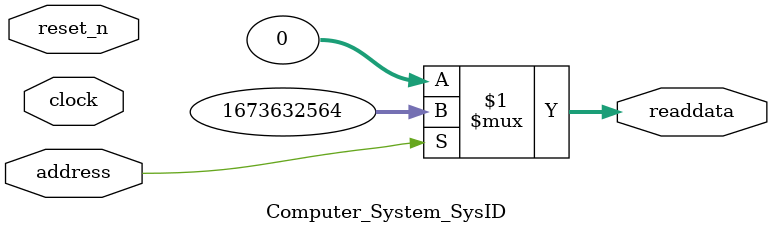
<source format=v>



// synthesis translate_off
`timescale 1ns / 1ps
// synthesis translate_on

// turn off superfluous verilog processor warnings 
// altera message_level Level1 
// altera message_off 10034 10035 10036 10037 10230 10240 10030 

module Computer_System_SysID (
               // inputs:
                address,
                clock,
                reset_n,

               // outputs:
                readdata
             )
;

  output  [ 31: 0] readdata;
  input            address;
  input            clock;
  input            reset_n;

  wire    [ 31: 0] readdata;
  //control_slave, which is an e_avalon_slave
  assign readdata = address ? 1673632564 : 0;

endmodule



</source>
